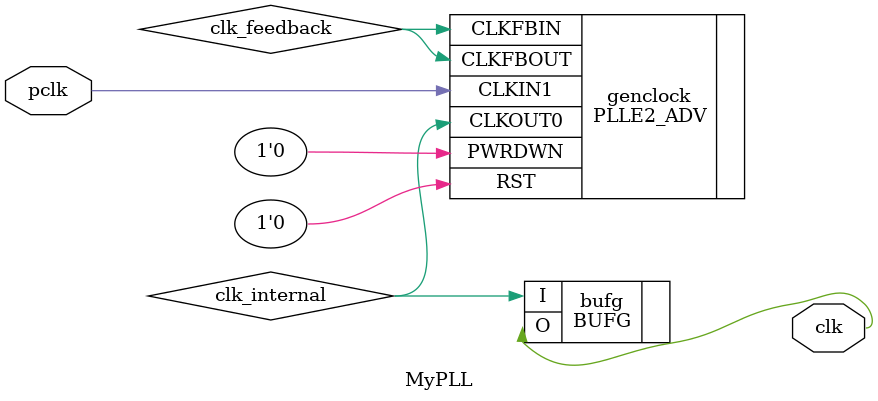
<source format=v>


 module MyPLL #(
   parameter freq = 50
) (
   input wire pclk,
   output wire clk
);

wire clk_feedback;
wire clk_internal;

// .CLKFBOUT_MULT(8)
// .CLKOUT0_DIVIDE(8*100/freq)

PLLE2_ADV #(
   .BANDWIDTH("OPTIMIZED"), // OPTIMIZED, HIGH, LOW
   .CLKFBOUT_MULT(freq/5),  // Multiply value for all CLKOUT (2-64)
   .CLKFBOUT_PHASE("0.0"),  // Phase offset in degrees of CLKFB, (-360-360)
   .CLKIN1_PERIOD("10.0"),  // Input clock period in ns to ps resolution
   .CLKOUT0_DIVIDE(20),
   .CLKOUT0_DUTY_CYCLE("0.5"),
   .CLKOUT0_PHASE("0.0"),
   .DIVCLK_DIVIDE(1),      // Master division value , (1-56)
   .REF_JITTER1("0.0"),    // Reference input jitter in UI (0.000-0.999)
   .STARTUP_WAIT("FALSE")  // Delayu DONE until PLL Locks, ("TRUE"/"FALSE")
) genclock(
    .CLKOUT0(clk_internal),
    .CLKFBOUT(clk_feedback), // 1-bit output, feedback clock
    .CLKIN1(pclk),
    .PWRDWN(1'b0),
    .RST(1'b0),
    .CLKFBIN(clk_feedback)    // 1-bit input, feedback clock
);

BUFG bufg(
    .I(clk_internal),
    .O(clk)
);

endmodule

</source>
